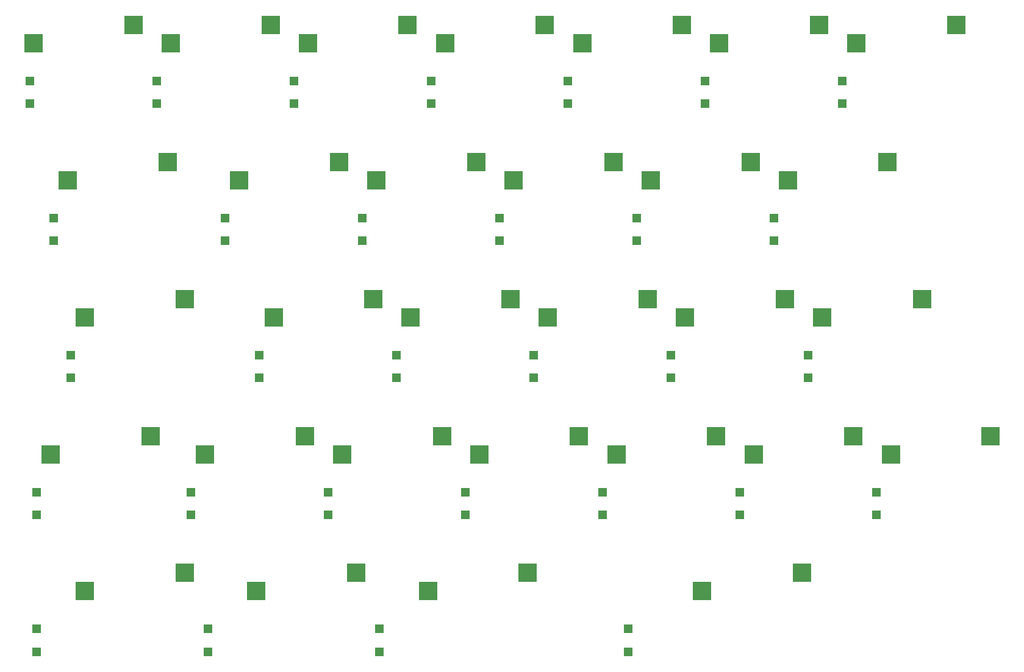
<source format=gbr>
%TF.GenerationSoftware,KiCad,Pcbnew,(5.1.7)-1*%
%TF.CreationDate,2020-11-02T22:52:20+01:00*%
%TF.ProjectId,Split65Left,53706c69-7436-4354-9c65-66742e6b6963,rev?*%
%TF.SameCoordinates,Original*%
%TF.FileFunction,Paste,Bot*%
%TF.FilePolarity,Positive*%
%FSLAX46Y46*%
G04 Gerber Fmt 4.6, Leading zero omitted, Abs format (unit mm)*
G04 Created by KiCad (PCBNEW (5.1.7)-1) date 2020-11-02 22:52:20*
%MOMM*%
%LPD*%
G01*
G04 APERTURE LIST*
%ADD10R,2.550000X2.500000*%
%ADD11R,1.200000X1.200000*%
G04 APERTURE END LIST*
D10*
%TO.C,SW30*%
X157426000Y-126140000D03*
X171276000Y-123600000D03*
%TD*%
%TO.C,SW29*%
X119346000Y-126144000D03*
X133196000Y-123604000D03*
%TD*%
%TO.C,SW28*%
X95552000Y-126144000D03*
X109402000Y-123604000D03*
%TD*%
%TO.C,SW27*%
X71752000Y-126144000D03*
X85602000Y-123604000D03*
%TD*%
%TO.C,SW26*%
X183612000Y-107104000D03*
X197462000Y-104564000D03*
%TD*%
%TO.C,SW25*%
X164572000Y-107104000D03*
X178422000Y-104564000D03*
%TD*%
%TO.C,SW24*%
X145532000Y-107104000D03*
X159382000Y-104564000D03*
%TD*%
%TO.C,SW23*%
X126492000Y-107104000D03*
X140342000Y-104564000D03*
%TD*%
%TO.C,SW22*%
X107452000Y-107104000D03*
X121302000Y-104564000D03*
%TD*%
%TO.C,SW21*%
X88412000Y-107104000D03*
X102262000Y-104564000D03*
%TD*%
%TO.C,SW20*%
X66992000Y-107104000D03*
X80842000Y-104564000D03*
%TD*%
%TO.C,SW19*%
X174092000Y-88064000D03*
X187942000Y-85524000D03*
%TD*%
%TO.C,SW18*%
X155052000Y-88064000D03*
X168902000Y-85524000D03*
%TD*%
%TO.C,SW17*%
X136012000Y-88064000D03*
X149862000Y-85524000D03*
%TD*%
%TO.C,SW14*%
X71752000Y-88064000D03*
X85602000Y-85524000D03*
%TD*%
%TO.C,SW13*%
X169332000Y-69024000D03*
X183182000Y-66484000D03*
%TD*%
%TO.C,SW12*%
X150292000Y-69024000D03*
X164142000Y-66484000D03*
%TD*%
%TO.C,SW7*%
X178852000Y-49984000D03*
X192702000Y-47444000D03*
%TD*%
%TO.C,SW11*%
X131252000Y-69024000D03*
X145102000Y-66484000D03*
%TD*%
%TO.C,SW10*%
X112212000Y-69024000D03*
X126062000Y-66484000D03*
%TD*%
%TO.C,SW9*%
X93172000Y-69024000D03*
X107022000Y-66484000D03*
%TD*%
%TO.C,SW16*%
X116972000Y-88064000D03*
X130822000Y-85524000D03*
%TD*%
%TO.C,SW15*%
X97932000Y-88064000D03*
X111782000Y-85524000D03*
%TD*%
%TO.C,SW8*%
X69372000Y-69024000D03*
X83222000Y-66484000D03*
%TD*%
%TO.C,SW6*%
X159812000Y-49984000D03*
X173662000Y-47444000D03*
%TD*%
%TO.C,SW5*%
X140772000Y-49984000D03*
X154622000Y-47444000D03*
%TD*%
%TO.C,SW4*%
X121732000Y-49984000D03*
X135582000Y-47444000D03*
%TD*%
%TO.C,SW3*%
X102692000Y-49984000D03*
X116542000Y-47444000D03*
%TD*%
%TO.C,SW2*%
X83652000Y-49984000D03*
X97502000Y-47444000D03*
%TD*%
%TO.C,SW1*%
X64612000Y-49984000D03*
X78462000Y-47444000D03*
%TD*%
D11*
%TO.C,D1*%
X64080000Y-58383000D03*
X64080000Y-55233000D03*
%TD*%
%TO.C,D2*%
X81692000Y-58383000D03*
X81692000Y-55233000D03*
%TD*%
%TO.C,D3*%
X100732000Y-58383000D03*
X100732000Y-55233000D03*
%TD*%
%TO.C,D4*%
X119772000Y-58383000D03*
X119772000Y-55233000D03*
%TD*%
%TO.C,D5*%
X138812000Y-58383000D03*
X138812000Y-55233000D03*
%TD*%
%TO.C,D6*%
X157852000Y-58383000D03*
X157852000Y-55233000D03*
%TD*%
%TO.C,D7*%
X176892000Y-58383000D03*
X176892000Y-55233000D03*
%TD*%
%TO.C,D8*%
X67412000Y-77423000D03*
X67412000Y-74273000D03*
%TD*%
%TO.C,D9*%
X91212000Y-77423000D03*
X91212000Y-74273000D03*
%TD*%
%TO.C,D10*%
X110252000Y-77423000D03*
X110252000Y-74273000D03*
%TD*%
%TO.C,D11*%
X129292000Y-77423000D03*
X129292000Y-74273000D03*
%TD*%
%TO.C,D12*%
X148332000Y-77423000D03*
X148332000Y-74273000D03*
%TD*%
%TO.C,D13*%
X167372000Y-77423000D03*
X167372000Y-74273000D03*
%TD*%
%TO.C,D14*%
X69792000Y-96463000D03*
X69792000Y-93313000D03*
%TD*%
%TO.C,D15*%
X95972000Y-96463000D03*
X95972000Y-93313000D03*
%TD*%
%TO.C,D16*%
X115012000Y-96463000D03*
X115012000Y-93313000D03*
%TD*%
%TO.C,D17*%
X134052000Y-96463000D03*
X134052000Y-93313000D03*
%TD*%
%TO.C,D18*%
X153092000Y-96463000D03*
X153092000Y-93313000D03*
%TD*%
%TO.C,D19*%
X172132000Y-96463000D03*
X172132000Y-93313000D03*
%TD*%
%TO.C,D20*%
X65032000Y-115503000D03*
X65032000Y-112353000D03*
%TD*%
%TO.C,D21*%
X86452000Y-115503000D03*
X86452000Y-112353000D03*
%TD*%
%TO.C,D22*%
X105492000Y-115503000D03*
X105492000Y-112353000D03*
%TD*%
%TO.C,D23*%
X124532000Y-115503000D03*
X124532000Y-112353000D03*
%TD*%
%TO.C,D24*%
X143572000Y-115503000D03*
X143572000Y-112353000D03*
%TD*%
%TO.C,D25*%
X162612000Y-115503000D03*
X162612000Y-112353000D03*
%TD*%
%TO.C,D26*%
X181652000Y-115503000D03*
X181652000Y-112353000D03*
%TD*%
%TO.C,D27*%
X65032000Y-134543000D03*
X65032000Y-131393000D03*
%TD*%
%TO.C,D28*%
X88832000Y-134543000D03*
X88832000Y-131393000D03*
%TD*%
%TO.C,D29*%
X112632000Y-134543000D03*
X112632000Y-131393000D03*
%TD*%
%TO.C,D30*%
X147136000Y-134539000D03*
X147136000Y-131389000D03*
%TD*%
M02*

</source>
